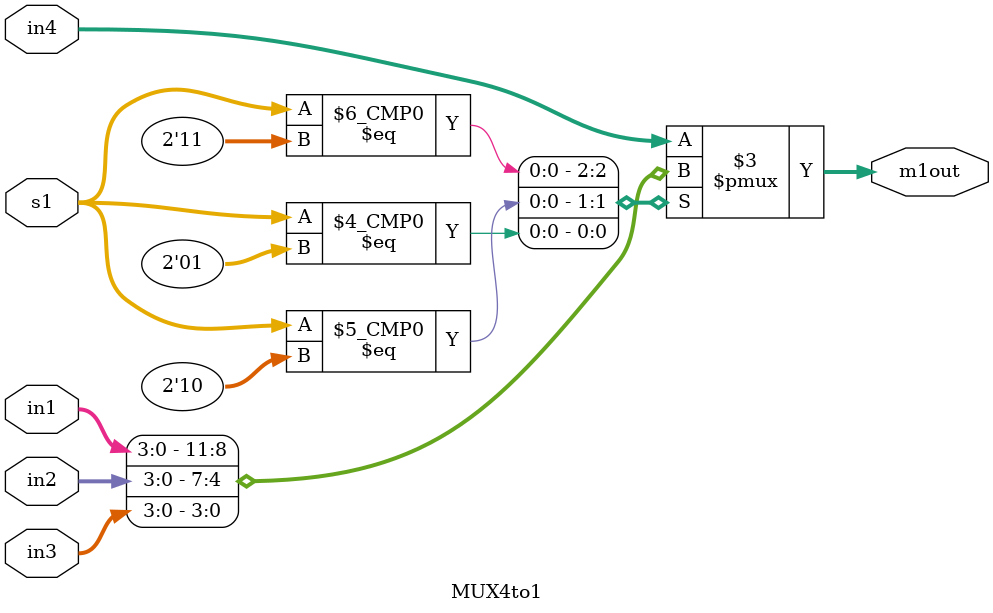
<source format=v>
module MUX4to1(in1, in2, in3, in4, s1, m1out); 
parameter Data_width = 4;
input[Data_width-1:0] in1, in2, in3, in4;
input[1:0] s1;

output reg[Data_width-1:0] m1out;

always @(in1, in2, in3, in4, s1)
begin 
    case(s1) 
        2'b11: m1out = in1;
        2'b10: m1out = in2;
        2'b01: m1out = in3; 
        default:m1out = in4; // 2'b00 
    endcase 
end

endmodule//MUX4to1
</source>
